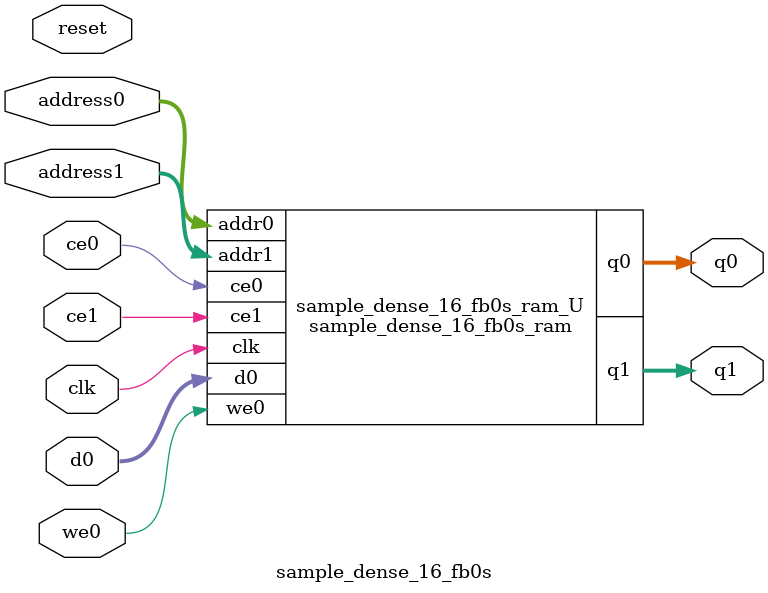
<source format=v>

`timescale 1 ns / 1 ps
module sample_dense_16_fb0s_ram (addr0, ce0, d0, we0, q0, addr1, ce1, q1,  clk);

parameter DWIDTH = 32;
parameter AWIDTH = 5;
parameter MEM_SIZE = 32;

input[AWIDTH-1:0] addr0;
input ce0;
input[DWIDTH-1:0] d0;
input we0;
output reg[DWIDTH-1:0] q0;
input[AWIDTH-1:0] addr1;
input ce1;
output reg[DWIDTH-1:0] q1;
input clk;

(* ram_style = "block" *)reg [DWIDTH-1:0] ram[0:MEM_SIZE-1];




always @(posedge clk)  
begin 
    if (ce0) 
    begin
        if (we0) 
        begin 
            ram[addr0] <= d0; 
            q0 <= d0;
        end 
        else 
            q0 <= ram[addr0];
    end
end


always @(posedge clk)  
begin 
    if (ce1) 
    begin
            q1 <= ram[addr1];
    end
end


endmodule


`timescale 1 ns / 1 ps
module sample_dense_16_fb0s(
    reset,
    clk,
    address0,
    ce0,
    we0,
    d0,
    q0,
    address1,
    ce1,
    q1);

parameter DataWidth = 32'd32;
parameter AddressRange = 32'd32;
parameter AddressWidth = 32'd5;
input reset;
input clk;
input[AddressWidth - 1:0] address0;
input ce0;
input we0;
input[DataWidth - 1:0] d0;
output[DataWidth - 1:0] q0;
input[AddressWidth - 1:0] address1;
input ce1;
output[DataWidth - 1:0] q1;



sample_dense_16_fb0s_ram sample_dense_16_fb0s_ram_U(
    .clk( clk ),
    .addr0( address0 ),
    .ce0( ce0 ),
    .we0( we0 ),
    .d0( d0 ),
    .q0( q0 ),
    .addr1( address1 ),
    .ce1( ce1 ),
    .q1( q1 ));

endmodule


</source>
